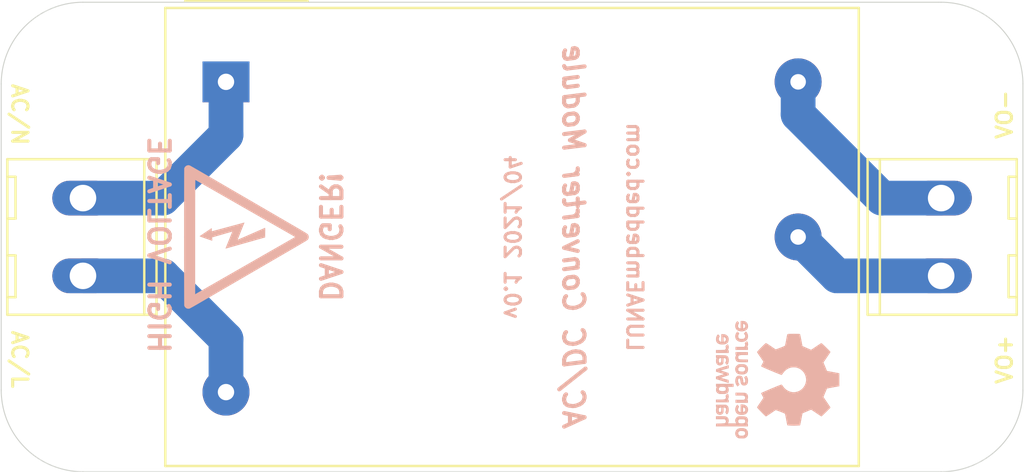
<source format=kicad_pcb>
(kicad_pcb (version 20171130) (host pcbnew 5.1.9)

  (general
    (thickness 1.6)
    (drawings 17)
    (tracks 11)
    (zones 0)
    (modules 9)
    (nets 5)
  )

  (page A4)
  (layers
    (0 F.Cu signal)
    (31 B.Cu signal hide)
    (32 B.Adhes user)
    (33 F.Adhes user)
    (34 B.Paste user)
    (35 F.Paste user)
    (36 B.SilkS user)
    (37 F.SilkS user hide)
    (38 B.Mask user)
    (39 F.Mask user)
    (40 Dwgs.User user)
    (41 Cmts.User user)
    (42 Eco1.User user)
    (43 Eco2.User user)
    (44 Edge.Cuts user)
    (45 Margin user)
    (46 B.CrtYd user hide)
    (47 F.CrtYd user hide)
    (48 B.Fab user hide)
    (49 F.Fab user hide)
  )

  (setup
    (last_trace_width 1.7)
    (trace_clearance 0.5)
    (zone_clearance 0.508)
    (zone_45_only no)
    (trace_min 0.2)
    (via_size 0.7)
    (via_drill 0.3)
    (via_min_size 0.7)
    (via_min_drill 0.3)
    (uvia_size 0.7)
    (uvia_drill 0.3)
    (uvias_allowed no)
    (uvia_min_size 0.7)
    (uvia_min_drill 0.3)
    (edge_width 0.05)
    (segment_width 0.2)
    (pcb_text_width 0.3)
    (pcb_text_size 1.5 1.5)
    (mod_edge_width 0.15)
    (mod_text_size 1 1)
    (mod_text_width 0.15)
    (pad_size 2.7 2.7)
    (pad_drill 2.7)
    (pad_to_mask_clearance 0)
    (aux_axis_origin 0 0)
    (visible_elements FEFFFF7F)
    (pcbplotparams
      (layerselection 0x010fc_ffffffff)
      (usegerberextensions false)
      (usegerberattributes true)
      (usegerberadvancedattributes true)
      (creategerberjobfile true)
      (excludeedgelayer true)
      (linewidth 0.100000)
      (plotframeref false)
      (viasonmask false)
      (mode 1)
      (useauxorigin false)
      (hpglpennumber 1)
      (hpglpenspeed 20)
      (hpglpendiameter 15.000000)
      (psnegative false)
      (psa4output false)
      (plotreference true)
      (plotvalue true)
      (plotinvisibletext false)
      (padsonsilk false)
      (subtractmaskfromsilk false)
      (outputformat 1)
      (mirror false)
      (drillshape 1)
      (scaleselection 1)
      (outputdirectory ""))
  )

  (net 0 "")
  (net 1 "Net-(J1-Pad2)")
  (net 2 "Net-(J1-Pad1)")
  (net 3 GND)
  (net 4 "Net-(J2-Pad1)")

  (net_class Default "This is the default net class."
    (clearance 0.5)
    (trace_width 1.7)
    (via_dia 0.7)
    (via_drill 0.3)
    (uvia_dia 0.7)
    (uvia_drill 0.3)
    (diff_pair_width 0.2)
    (diff_pair_gap 0.2)
    (add_net GND)
    (add_net "Net-(J1-Pad1)")
    (add_net "Net-(J1-Pad2)")
    (add_net "Net-(J2-Pad1)")
  )

  (module _AKL_Symbol:High-Voltage (layer B.Cu) (tedit 0) (tstamp 6072D579)
    (at -13 0 90)
    (fp_text reference G*** (at 0 0 90) (layer B.SilkS) hide
      (effects (font (size 1.524 1.524) (thickness 0.3)) (justify mirror))
    )
    (fp_text value LOGO (at 0.75 0 90) (layer B.SilkS) hide
      (effects (font (size 1.524 1.524) (thickness 0.3)) (justify mirror))
    )
    (fp_poly (pts (xy 0.378651 0.91317) (xy 0.407527 0.912499) (xy 0.426595 0.9112) (xy 0.437635 0.909173)
      (xy 0.442429 0.906319) (xy 0.442757 0.902538) (xy 0.441518 0.899718) (xy 0.43566 0.887361)
      (xy 0.423852 0.861291) (xy 0.406693 0.822874) (xy 0.384778 0.773478) (xy 0.358706 0.714469)
      (xy 0.329074 0.647214) (xy 0.296478 0.57308) (xy 0.261517 0.493433) (xy 0.224787 0.40964)
      (xy 0.186885 0.323068) (xy 0.148409 0.235083) (xy 0.109956 0.147053) (xy 0.072123 0.060344)
      (xy 0.035508 -0.023677) (xy 0.000707 -0.103644) (xy -0.031682 -0.178189) (xy -0.061062 -0.245947)
      (xy -0.086836 -0.305549) (xy -0.108406 -0.355631) (xy -0.125176 -0.394824) (xy -0.136547 -0.421762)
      (xy -0.141924 -0.435079) (xy -0.142273 -0.436282) (xy -0.134341 -0.433609) (xy -0.112448 -0.425319)
      (xy -0.078344 -0.41211) (xy -0.033782 -0.394678) (xy 0.01949 -0.373719) (xy 0.079718 -0.349931)
      (xy 0.145152 -0.324009) (xy 0.214041 -0.296651) (xy 0.284635 -0.268553) (xy 0.355181 -0.240412)
      (xy 0.423929 -0.212925) (xy 0.489128 -0.186787) (xy 0.549026 -0.162696) (xy 0.601873 -0.141349)
      (xy 0.645917 -0.123441) (xy 0.679408 -0.10967) (xy 0.693128 -0.103929) (xy 0.701041 -0.10433)
      (xy 0.699732 -0.115135) (xy 0.69645 -0.126806) (xy 0.688989 -0.154007) (xy 0.67757 -0.195919)
      (xy 0.662414 -0.251721) (xy 0.643745 -0.320593) (xy 0.621783 -0.401715) (xy 0.596751 -0.494266)
      (xy 0.56887 -0.597425) (xy 0.538362 -0.710373) (xy 0.50545 -0.83229) (xy 0.470354 -0.962354)
      (xy 0.433297 -1.099746) (xy 0.3945 -1.243645) (xy 0.377128 -1.3081) (xy 0.35662 -1.384143)
      (xy 0.33736 -1.455461) (xy 0.319819 -1.520322) (xy 0.304464 -1.576997) (xy 0.291765 -1.623754)
      (xy 0.282192 -1.658864) (xy 0.276214 -1.680596) (xy 0.2744 -1.686983) (xy 0.273769 -1.693894)
      (xy 0.279024 -1.698258) (xy 0.293076 -1.700646) (xy 0.318832 -1.701634) (xy 0.349612 -1.7018)
      (xy 0.429432 -1.7018) (xy 0.23579 -1.991783) (xy 0.193922 -2.054301) (xy 0.154848 -2.1123)
      (xy 0.119588 -2.164291) (xy 0.089163 -2.208786) (xy 0.064592 -2.244298) (xy 0.046894 -2.269338)
      (xy 0.03709 -2.282417) (xy 0.035534 -2.284002) (xy 0.031369 -2.276799) (xy 0.022378 -2.255311)
      (xy 0.009209 -2.221278) (xy -0.007492 -2.17644) (xy -0.027076 -2.122536) (xy -0.048898 -2.061306)
      (xy -0.072309 -1.99449) (xy -0.074678 -1.987668) (xy -0.098081 -1.920039) (xy -0.119622 -1.857441)
      (xy -0.13869 -1.801673) (xy -0.154675 -1.754538) (xy -0.166966 -1.717836) (xy -0.174952 -1.69337)
      (xy -0.178024 -1.68294) (xy -0.178038 -1.68276) (xy -0.170088 -1.680327) (xy -0.148914 -1.678971)
      (xy -0.118199 -1.678845) (xy -0.097358 -1.6794) (xy -0.016916 -1.682381) (xy -0.008585 -1.651874)
      (xy -0.004731 -1.638234) (xy 0.003378 -1.609896) (xy 0.015291 -1.568427) (xy 0.030557 -1.515395)
      (xy 0.048723 -1.452365) (xy 0.069338 -1.380907) (xy 0.091951 -1.302587) (xy 0.116109 -1.218972)
      (xy 0.1344 -1.1557) (xy 0.159052 -1.070276) (xy 0.182171 -0.989834) (xy 0.203347 -0.915821)
      (xy 0.222171 -0.849686) (xy 0.238232 -0.792877) (xy 0.251121 -0.746842) (xy 0.260428 -0.713029)
      (xy 0.265743 -0.692888) (xy 0.266851 -0.687596) (xy 0.263557 -0.688236) (xy 0.254084 -0.691463)
      (xy 0.237581 -0.697617) (xy 0.213196 -0.707038) (xy 0.180079 -0.720065) (xy 0.137377 -0.737038)
      (xy 0.084241 -0.758298) (xy 0.019817 -0.784183) (xy -0.056743 -0.815034) (xy -0.146293 -0.85119)
      (xy -0.249684 -0.892992) (xy -0.367766 -0.940778) (xy -0.388961 -0.949359) (xy -0.438286 -0.969225)
      (xy -0.48225 -0.986731) (xy -0.518454 -1.000939) (xy -0.544501 -1.010911) (xy -0.557995 -1.015709)
      (xy -0.559243 -1.015999) (xy -0.560053 -1.015681) (xy -0.560445 -1.014198) (xy -0.560197 -1.010753)
      (xy -0.559087 -1.004554) (xy -0.556895 -0.994804) (xy -0.5534 -0.98071) (xy -0.548379 -0.961477)
      (xy -0.541613 -0.936309) (xy -0.53288 -0.904413) (xy -0.521958 -0.864993) (xy -0.508628 -0.817255)
      (xy -0.492666 -0.760404) (xy -0.473853 -0.693646) (xy -0.451967 -0.616185) (xy -0.426788 -0.527228)
      (xy -0.398093 -0.425978) (xy -0.365661 -0.311643) (xy -0.329273 -0.183426) (xy -0.288705 -0.040533)
      (xy -0.243738 0.11783) (xy -0.242336 0.122767) (xy -0.018744 0.910167) (xy 0.215365 0.912418)
      (xy 0.284351 0.91303) (xy 0.338186 0.913314) (xy 0.378651 0.91317)) (layer B.SilkS) (width 0.01))
    (fp_poly (pts (xy 0.056752 3.037284) (xy 0.104081 3.018563) (xy 0.14494 2.985915) (xy 0.14611 2.984694)
      (xy 0.154382 2.973197) (xy 0.170399 2.948257) (xy 0.193431 2.91109) (xy 0.222749 2.862913)
      (xy 0.257624 2.804942) (xy 0.297327 2.738396) (xy 0.341128 2.66449) (xy 0.3883 2.584443)
      (xy 0.438113 2.49947) (xy 0.486292 2.416881) (xy 0.525752 2.349078) (xy 0.573025 2.267847)
      (xy 0.627407 2.174397) (xy 0.688195 2.069937) (xy 0.754685 1.955676) (xy 0.826175 1.832822)
      (xy 0.901961 1.702584) (xy 0.98134 1.566171) (xy 1.063608 1.424791) (xy 1.148062 1.279653)
      (xy 1.233999 1.131965) (xy 1.320715 0.982937) (xy 1.407507 0.833777) (xy 1.493671 0.685693)
      (xy 1.555189 0.579967) (xy 1.646455 0.423116) (xy 1.742502 0.258052) (xy 1.84231 0.086527)
      (xy 1.94486 -0.089707) (xy 2.049132 -0.2689) (xy 2.154109 -0.4493) (xy 2.25877 -0.629157)
      (xy 2.362097 -0.806717) (xy 2.463071 -0.980232) (xy 2.560672 -1.147948) (xy 2.653882 -1.308116)
      (xy 2.741681 -1.458983) (xy 2.82305 -1.598799) (xy 2.89697 -1.725812) (xy 2.900241 -1.731433)
      (xy 2.970795 -1.852753) (xy 3.039116 -1.970423) (xy 3.104707 -2.083575) (xy 3.167069 -2.19134)
      (xy 3.225704 -2.29285) (xy 3.280113 -2.387239) (xy 3.329797 -2.473639) (xy 3.374258 -2.55118)
      (xy 3.412997 -2.618997) (xy 3.445516 -2.67622) (xy 3.471315 -2.721982) (xy 3.489897 -2.755416)
      (xy 3.500763 -2.775653) (xy 3.503445 -2.7813) (xy 3.512807 -2.832119) (xy 3.507266 -2.883759)
      (xy 3.488402 -2.933162) (xy 3.457796 -2.977268) (xy 3.417026 -3.013021) (xy 3.371868 -3.03592)
      (xy 3.360529 -3.036964) (xy 3.332956 -3.037963) (xy 3.289852 -3.038918) (xy 3.231915 -3.039827)
      (xy 3.159845 -3.040692) (xy 3.074345 -3.041511) (xy 2.976112 -3.042286) (xy 2.865849 -3.043017)
      (xy 2.744254 -3.043702) (xy 2.612029 -3.044343) (xy 2.469874 -3.044939) (xy 2.318489 -3.045491)
      (xy 2.158575 -3.045998) (xy 1.990831 -3.04646) (xy 1.815958 -3.046878) (xy 1.634656 -3.047252)
      (xy 1.447626 -3.047581) (xy 1.255568 -3.047866) (xy 1.059182 -3.048106) (xy 0.859169 -3.048302)
      (xy 0.656228 -3.048454) (xy 0.451061 -3.048562) (xy 0.244367 -3.048625) (xy 0.036847 -3.048644)
      (xy -0.170799 -3.048619) (xy -0.377871 -3.04855) (xy -0.583668 -3.048437) (xy -0.78749 -3.04828)
      (xy -0.988637 -3.048079) (xy -1.186409 -3.047834) (xy -1.380104 -3.047545) (xy -1.569023 -3.047212)
      (xy -1.752466 -3.046836) (xy -1.929732 -3.046415) (xy -2.100121 -3.045951) (xy -2.262933 -3.045443)
      (xy -2.417466 -3.044891) (xy -2.563022 -3.044296) (xy -2.6989 -3.043657) (xy -2.824399 -3.042975)
      (xy -2.938818 -3.042248) (xy -3.041459 -3.041479) (xy -3.13162 -3.040666) (xy -3.208602 -3.039809)
      (xy -3.271703 -3.038909) (xy -3.320223 -3.037966) (xy -3.353463 -3.03698) (xy -3.370722 -3.03595)
      (xy -3.372887 -3.035569) (xy -3.423965 -3.008932) (xy -3.464958 -2.970505) (xy -3.494214 -2.923082)
      (xy -3.510086 -2.869462) (xy -3.510925 -2.812439) (xy -3.509638 -2.803679) (xy -3.503699 -2.78751)
      (xy -3.488965 -2.757047) (xy -3.465508 -2.712419) (xy -3.433399 -2.653758) (xy -3.392711 -2.581193)
      (xy -3.354767 -2.5146) (xy -2.812542 -2.5146) (xy -0.004132 -2.5146) (xy 0.259514 -2.514591)
      (xy 0.506722 -2.514564) (xy 0.73799 -2.514517) (xy 0.953815 -2.514448) (xy 1.154693 -2.514354)
      (xy 1.341121 -2.514233) (xy 1.513595 -2.514084) (xy 1.672612 -2.513905) (xy 1.818668 -2.513693)
      (xy 1.952261 -2.513447) (xy 2.073886 -2.513164) (xy 2.18404 -2.512842) (xy 2.283221 -2.512479)
      (xy 2.371924 -2.512074) (xy 2.450646 -2.511625) (xy 2.519884 -2.511128) (xy 2.580134 -2.510583)
      (xy 2.631894 -2.509987) (xy 2.675658 -2.509338) (xy 2.711925 -2.508634) (xy 2.741191 -2.507873)
      (xy 2.763952 -2.507054) (xy 2.780706 -2.506173) (xy 2.791947 -2.50523) (xy 2.798174 -2.504221)
      (xy 2.799883 -2.503145) (xy 2.799879 -2.503134) (xy 2.795201 -2.494496) (xy 2.782608 -2.472047)
      (xy 2.762603 -2.436671) (xy 2.735688 -2.389248) (xy 2.702367 -2.330661) (xy 2.663142 -2.261793)
      (xy 2.618517 -2.183525) (xy 2.568994 -2.096739) (xy 2.515077 -2.002318) (xy 2.457268 -1.901144)
      (xy 2.396071 -1.794099) (xy 2.331988 -1.682065) (xy 2.265522 -1.565924) (xy 2.255558 -1.548517)
      (xy 2.10665 -1.288396) (xy 1.961336 -1.034544) (xy 1.819846 -0.787363) (xy 1.682409 -0.547254)
      (xy 1.549256 -0.314621) (xy 1.420617 -0.089864) (xy 1.296721 0.126614) (xy 1.177799 0.334411)
      (xy 1.06408 0.533127) (xy 0.955794 0.722358) (xy 0.853172 0.901703) (xy 0.756443 1.070761)
      (xy 0.665837 1.229128) (xy 0.581585 1.376404) (xy 0.503915 1.512186) (xy 0.433059 1.636073)
      (xy 0.369245 1.747663) (xy 0.312705 1.846554) (xy 0.263667 1.932343) (xy 0.222362 2.00463)
      (xy 0.18902 2.063012) (xy 0.164603 2.105805) (xy 0.128726 2.168534) (xy 0.095427 2.226392)
      (xy 0.065642 2.277784) (xy 0.040304 2.321114) (xy 0.020346 2.354787) (xy 0.006703 2.377207)
      (xy 0.000309 2.386778) (xy 0 2.387013) (xy -0.005344 2.380013) (xy -0.017551 2.360613)
      (xy -0.035196 2.331181) (xy -0.056857 2.294083) (xy -0.07743 2.258175) (xy -0.089215 2.2375)
      (xy -0.10896 2.202943) (xy -0.1362 2.155311) (xy -0.170474 2.095411) (xy -0.211319 2.024054)
      (xy -0.258272 1.942045) (xy -0.31087 1.850193) (xy -0.368651 1.749306) (xy -0.431152 1.640192)
      (xy -0.49791 1.523658) (xy -0.568462 1.400513) (xy -0.642346 1.271565) (xy -0.719099 1.137621)
      (xy -0.798258 0.99949) (xy -0.879361 0.857979) (xy -0.944077 0.745067) (xy -1.056437 0.549037)
      (xy -1.160862 0.36685) (xy -1.257839 0.197656) (xy -1.347854 0.040608) (xy -1.431394 -0.105143)
      (xy -1.508944 -0.240446) (xy -1.580992 -0.366149) (xy -1.648023 -0.483102) (xy -1.710523 -0.592151)
      (xy -1.768979 -0.694147) (xy -1.823878 -0.789937) (xy -1.875705 -0.880371) (xy -1.924947 -0.966296)
      (xy -1.972091 -1.048562) (xy -2.017621 -1.128016) (xy -2.062026 -1.205508) (xy -2.105791 -1.281886)
      (xy -2.149402 -1.357999) (xy -2.193345 -1.434694) (xy -2.238108 -1.512822) (xy -2.284176 -1.59323)
      (xy -2.332036 -1.676766) (xy -2.382173 -1.76428) (xy -2.435075 -1.85662) (xy -2.438539 -1.862666)
      (xy -2.49122 -1.954616) (xy -2.541852 -2.042979) (xy -2.589747 -2.126554) (xy -2.634217 -2.204141)
      (xy -2.674573 -2.27454) (xy -2.710127 -2.336551) (xy -2.740191 -2.388972) (xy -2.764077 -2.430603)
      (xy -2.781096 -2.460244) (xy -2.79056 -2.476694) (xy -2.791672 -2.478616) (xy -2.812542 -2.5146)
      (xy -3.354767 -2.5146) (xy -3.343516 -2.494856) (xy -3.285885 -2.394877) (xy -3.253717 -2.339448)
      (xy -3.162669 -2.182879) (xy -3.078688 -2.038472) (xy -3.000335 -1.903751) (xy -2.926167 -1.776236)
      (xy -2.854743 -1.653452) (xy -2.784622 -1.532919) (xy -2.714363 -1.412161) (xy -2.642524 -1.2887)
      (xy -2.567664 -1.160059) (xy -2.488342 -1.023759) (xy -2.476435 -1.003299) (xy -2.368687 -0.818162)
      (xy -2.269085 -0.647022) (xy -2.177261 -0.489243) (xy -2.092842 -0.344189) (xy -2.015459 -0.211223)
      (xy -1.944741 -0.089707) (xy -1.880317 0.020995) (xy -1.821817 0.12152) (xy -1.76887 0.212504)
      (xy -1.721105 0.294586) (xy -1.678152 0.368401) (xy -1.63964 0.434587) (xy -1.605199 0.49378)
      (xy -1.574458 0.546617) (xy -1.547047 0.593735) (xy -1.522594 0.635772) (xy -1.50073 0.673363)
      (xy -1.481084 0.707145) (xy -1.463284 0.737757) (xy -1.446961 0.765834) (xy -1.439346 0.778934)
      (xy -1.401452 0.844112) (xy -1.355134 0.923757) (xy -1.300381 1.017883) (xy -1.237185 1.126508)
      (xy -1.165537 1.249647) (xy -1.085427 1.387317) (xy -0.996846 1.539532) (xy -0.899784 1.706309)
      (xy -0.794233 1.887664) (xy -0.680183 2.083613) (xy -0.557624 2.294172) (xy -0.500874 2.391669)
      (xy -0.448058 2.482194) (xy -0.397218 2.568925) (xy -0.349064 2.650676) (xy -0.304303 2.726263)
      (xy -0.263646 2.7945) (xy -0.227801 2.854203) (xy -0.197477 2.904186) (xy -0.173384 2.943264)
      (xy -0.156231 2.970252) (xy -0.146726 2.983965) (xy -0.14593 2.984882) (xy -0.105225 3.017902)
      (xy -0.058024 3.036976) (xy -0.001447 3.043258) (xy 0 3.043262) (xy 0.056752 3.037284)) (layer B.SilkS) (width 0.01))
  )

  (module Symbol:OSHW-Logo_5.7x6mm_SilkScreen (layer B.Cu) (tedit 0) (tstamp 607267EB)
    (at 13 7 90)
    (descr "Open Source Hardware Logo")
    (tags "Logo OSHW")
    (attr virtual)
    (fp_text reference r (at 0 0 90) (layer B.SilkS) hide
      (effects (font (size 1 1) (thickness 0.15)) (justify mirror))
    )
    (fp_text value OSHW-Logo_5.7x6mm_SilkScreen (at 0.75 0 90) (layer B.Fab) hide
      (effects (font (size 1 1) (thickness 0.15)) (justify mirror))
    )
    (fp_poly (pts (xy 0.376964 2.709982) (xy 0.433812 2.40843) (xy 0.853338 2.235488) (xy 1.104984 2.406605)
      (xy 1.175458 2.45425) (xy 1.239163 2.49679) (xy 1.293126 2.532285) (xy 1.334373 2.55879)
      (xy 1.359934 2.574364) (xy 1.366895 2.577722) (xy 1.379435 2.569086) (xy 1.406231 2.545208)
      (xy 1.44428 2.509141) (xy 1.490579 2.463933) (xy 1.542123 2.412636) (xy 1.595909 2.358299)
      (xy 1.648935 2.303972) (xy 1.698195 2.252705) (xy 1.740687 2.207549) (xy 1.773407 2.171554)
      (xy 1.793351 2.14777) (xy 1.798119 2.13981) (xy 1.791257 2.125135) (xy 1.77202 2.092986)
      (xy 1.74243 2.046508) (xy 1.70451 1.988844) (xy 1.660282 1.92314) (xy 1.634654 1.885664)
      (xy 1.587941 1.817232) (xy 1.546432 1.75548) (xy 1.51214 1.703481) (xy 1.48708 1.664308)
      (xy 1.473264 1.641035) (xy 1.471188 1.636145) (xy 1.475895 1.622245) (xy 1.488723 1.58985)
      (xy 1.507738 1.543515) (xy 1.531003 1.487794) (xy 1.556584 1.427242) (xy 1.582545 1.366414)
      (xy 1.60695 1.309864) (xy 1.627863 1.262148) (xy 1.643349 1.227819) (xy 1.651472 1.211432)
      (xy 1.651952 1.210788) (xy 1.664707 1.207659) (xy 1.698677 1.200679) (xy 1.75034 1.190533)
      (xy 1.816176 1.177908) (xy 1.892664 1.163491) (xy 1.93729 1.155177) (xy 2.019021 1.139616)
      (xy 2.092843 1.124808) (xy 2.155021 1.111564) (xy 2.201822 1.100695) (xy 2.229509 1.093011)
      (xy 2.235074 1.090573) (xy 2.240526 1.07407) (xy 2.244924 1.0368) (xy 2.248272 0.98312)
      (xy 2.250574 0.917388) (xy 2.251832 0.843963) (xy 2.252048 0.767204) (xy 2.251227 0.691468)
      (xy 2.249371 0.621114) (xy 2.246482 0.5605) (xy 2.242565 0.513984) (xy 2.237622 0.485925)
      (xy 2.234657 0.480084) (xy 2.216934 0.473083) (xy 2.179381 0.463073) (xy 2.126964 0.451231)
      (xy 2.064652 0.438733) (xy 2.0429 0.43469) (xy 1.938024 0.41548) (xy 1.85518 0.400009)
      (xy 1.79163 0.387663) (xy 1.744637 0.377827) (xy 1.711463 0.369886) (xy 1.689371 0.363224)
      (xy 1.675624 0.357227) (xy 1.667484 0.351281) (xy 1.666345 0.350106) (xy 1.654977 0.331174)
      (xy 1.637635 0.294331) (xy 1.61605 0.244087) (xy 1.591954 0.184954) (xy 1.567079 0.121444)
      (xy 1.543157 0.058068) (xy 1.521919 -0.000662) (xy 1.505097 -0.050235) (xy 1.494422 -0.086139)
      (xy 1.491627 -0.103862) (xy 1.49186 -0.104483) (xy 1.501331 -0.11897) (xy 1.522818 -0.150844)
      (xy 1.554063 -0.196789) (xy 1.592807 -0.253485) (xy 1.636793 -0.317617) (xy 1.649319 -0.335842)
      (xy 1.693984 -0.401914) (xy 1.733288 -0.4622) (xy 1.765088 -0.513235) (xy 1.787245 -0.55156)
      (xy 1.797617 -0.573711) (xy 1.798119 -0.576432) (xy 1.789405 -0.590736) (xy 1.765325 -0.619072)
      (xy 1.728976 -0.658396) (xy 1.683453 -0.705661) (xy 1.631852 -0.757823) (xy 1.577267 -0.811835)
      (xy 1.522794 -0.864653) (xy 1.471529 -0.913231) (xy 1.426567 -0.954523) (xy 1.391004 -0.985485)
      (xy 1.367935 -1.00307) (xy 1.361554 -1.005941) (xy 1.346699 -0.999178) (xy 1.316286 -0.980939)
      (xy 1.275268 -0.954297) (xy 1.243709 -0.932852) (xy 1.186525 -0.893503) (xy 1.118806 -0.847171)
      (xy 1.05088 -0.800913) (xy 1.014361 -0.776155) (xy 0.890752 -0.692547) (xy 0.786991 -0.74865)
      (xy 0.73972 -0.773228) (xy 0.699523 -0.792331) (xy 0.672326 -0.803227) (xy 0.665402 -0.804743)
      (xy 0.657077 -0.793549) (xy 0.640654 -0.761917) (xy 0.617357 -0.712765) (xy 0.588414 -0.64901)
      (xy 0.55505 -0.573571) (xy 0.518491 -0.489364) (xy 0.479964 -0.399308) (xy 0.440694 -0.306321)
      (xy 0.401908 -0.21332) (xy 0.36483 -0.123223) (xy 0.330689 -0.038948) (xy 0.300708 0.036587)
      (xy 0.276116 0.100466) (xy 0.258136 0.149769) (xy 0.247997 0.181579) (xy 0.246366 0.192504)
      (xy 0.259291 0.206439) (xy 0.287589 0.22906) (xy 0.325346 0.255667) (xy 0.328515 0.257772)
      (xy 0.4261 0.335886) (xy 0.504786 0.427018) (xy 0.563891 0.528255) (xy 0.602732 0.636682)
      (xy 0.620628 0.749386) (xy 0.616897 0.863452) (xy 0.590857 0.975966) (xy 0.541825 1.084015)
      (xy 0.5274 1.107655) (xy 0.452369 1.203113) (xy 0.36373 1.279768) (xy 0.264549 1.33722)
      (xy 0.157895 1.375071) (xy 0.046836 1.392922) (xy -0.065561 1.390375) (xy -0.176227 1.36703)
      (xy -0.282094 1.32249) (xy -0.380095 1.256355) (xy -0.41041 1.229513) (xy -0.487562 1.145488)
      (xy -0.543782 1.057034) (xy -0.582347 0.957885) (xy -0.603826 0.859697) (xy -0.609128 0.749303)
      (xy -0.591448 0.63836) (xy -0.552581 0.530619) (xy -0.494323 0.429831) (xy -0.418469 0.339744)
      (xy -0.326817 0.264108) (xy -0.314772 0.256136) (xy -0.276611 0.230026) (xy -0.247601 0.207405)
      (xy -0.233732 0.192961) (xy -0.233531 0.192504) (xy -0.236508 0.176879) (xy -0.248311 0.141418)
      (xy -0.267714 0.089038) (xy -0.293488 0.022655) (xy -0.324409 -0.054814) (xy -0.359249 -0.14045)
      (xy -0.396783 -0.231337) (xy -0.435783 -0.324559) (xy -0.475023 -0.417197) (xy -0.513276 -0.506335)
      (xy -0.549317 -0.589055) (xy -0.581917 -0.662441) (xy -0.609852 -0.723575) (xy -0.631895 -0.769541)
      (xy -0.646818 -0.797421) (xy -0.652828 -0.804743) (xy -0.671191 -0.799041) (xy -0.705552 -0.783749)
      (xy -0.749984 -0.761599) (xy -0.774417 -0.74865) (xy -0.878178 -0.692547) (xy -1.001787 -0.776155)
      (xy -1.064886 -0.818987) (xy -1.13397 -0.866122) (xy -1.198707 -0.910503) (xy -1.231134 -0.932852)
      (xy -1.276741 -0.963477) (xy -1.31536 -0.987747) (xy -1.341952 -1.002587) (xy -1.35059 -1.005724)
      (xy -1.363161 -0.997261) (xy -1.390984 -0.973636) (xy -1.431361 -0.937302) (xy -1.481595 -0.890711)
      (xy -1.538988 -0.836317) (xy -1.575286 -0.801392) (xy -1.63879 -0.738996) (xy -1.693673 -0.683188)
      (xy -1.737714 -0.636354) (xy -1.768695 -0.600882) (xy -1.784398 -0.579161) (xy -1.785905 -0.574752)
      (xy -1.778914 -0.557985) (xy -1.759594 -0.524082) (xy -1.730091 -0.476476) (xy -1.692545 -0.418599)
      (xy -1.6491 -0.353884) (xy -1.636745 -0.335842) (xy -1.591727 -0.270267) (xy -1.55134 -0.211228)
      (xy -1.51784 -0.162042) (xy -1.493486 -0.126028) (xy -1.480536 -0.106502) (xy -1.479285 -0.104483)
      (xy -1.481156 -0.088922) (xy -1.491087 -0.054709) (xy -1.507347 -0.006355) (xy -1.528205 0.051629)
      (xy -1.551927 0.11473) (xy -1.576784 0.178437) (xy -1.601042 0.238239) (xy -1.622971 0.289624)
      (xy -1.640838 0.328081) (xy -1.652913 0.349098) (xy -1.653771 0.350106) (xy -1.661154 0.356112)
      (xy -1.673625 0.362052) (xy -1.69392 0.36854) (xy -1.724778 0.376191) (xy -1.768934 0.38562)
      (xy -1.829126 0.397441) (xy -1.908093 0.412271) (xy -2.00857 0.430723) (xy -2.030325 0.43469)
      (xy -2.094802 0.447147) (xy -2.151011 0.459334) (xy -2.193987 0.470074) (xy -2.21876 0.478191)
      (xy -2.222082 0.480084) (xy -2.227556 0.496862) (xy -2.232006 0.534355) (xy -2.235428 0.588206)
      (xy -2.237819 0.654056) (xy -2.239177 0.727547) (xy -2.239499 0.80432) (xy -2.238781 0.880017)
      (xy -2.237021 0.95028) (xy -2.234216 1.01075) (xy -2.230362 1.05707) (xy -2.225457 1.084881)
      (xy -2.2225 1.090573) (xy -2.206037 1.096314) (xy -2.168551 1.105655) (xy -2.113775 1.117785)
      (xy -2.045445 1.131893) (xy -1.967294 1.14717) (xy -1.924716 1.155177) (xy -1.843929 1.170279)
      (xy -1.771887 1.18396) (xy -1.712111 1.195533) (xy -1.668121 1.204313) (xy -1.643439 1.209613)
      (xy -1.639377 1.210788) (xy -1.632511 1.224035) (xy -1.617998 1.255943) (xy -1.597771 1.301953)
      (xy -1.573766 1.357508) (xy -1.547918 1.418047) (xy -1.52216 1.479014) (xy -1.498427 1.535849)
      (xy -1.478654 1.583994) (xy -1.464776 1.61889) (xy -1.458726 1.635979) (xy -1.458614 1.636726)
      (xy -1.465472 1.650207) (xy -1.484698 1.68123) (xy -1.514272 1.726711) (xy -1.552173 1.783568)
      (xy -1.59638 1.848717) (xy -1.622079 1.886138) (xy -1.668907 1.954753) (xy -1.710499 2.017048)
      (xy -1.744825 2.069871) (xy -1.769857 2.110073) (xy -1.783565 2.1345) (xy -1.785544 2.139976)
      (xy -1.777034 2.152722) (xy -1.753507 2.179937) (xy -1.717968 2.218572) (xy -1.673423 2.265577)
      (xy -1.622877 2.317905) (xy -1.569336 2.372505) (xy -1.515805 2.42633) (xy -1.465289 2.47633)
      (xy -1.420794 2.519457) (xy -1.385325 2.552661) (xy -1.361887 2.572894) (xy -1.354046 2.577722)
      (xy -1.34128 2.570933) (xy -1.310744 2.551858) (xy -1.26541 2.522439) (xy -1.208244 2.484619)
      (xy -1.142216 2.440339) (xy -1.09241 2.406605) (xy -0.840764 2.235488) (xy -0.631001 2.321959)
      (xy -0.421237 2.40843) (xy -0.364389 2.709982) (xy -0.30754 3.011534) (xy 0.320115 3.011534)
      (xy 0.376964 2.709982)) (layer B.SilkS) (width 0.01))
    (fp_poly (pts (xy 1.79946 -1.45803) (xy 1.842711 -1.471245) (xy 1.870558 -1.487941) (xy 1.879629 -1.501145)
      (xy 1.877132 -1.516797) (xy 1.860931 -1.541385) (xy 1.847232 -1.5588) (xy 1.818992 -1.590283)
      (xy 1.797775 -1.603529) (xy 1.779688 -1.602664) (xy 1.726035 -1.58901) (xy 1.68663 -1.58963)
      (xy 1.654632 -1.605104) (xy 1.64389 -1.614161) (xy 1.609505 -1.646027) (xy 1.609505 -2.062179)
      (xy 1.471188 -2.062179) (xy 1.471188 -1.458614) (xy 1.540347 -1.458614) (xy 1.581869 -1.460256)
      (xy 1.603291 -1.466087) (xy 1.609502 -1.477461) (xy 1.609505 -1.477798) (xy 1.612439 -1.489713)
      (xy 1.625704 -1.488159) (xy 1.644084 -1.479563) (xy 1.682046 -1.463568) (xy 1.712872 -1.453945)
      (xy 1.752536 -1.451478) (xy 1.79946 -1.45803)) (layer B.SilkS) (width 0.01))
    (fp_poly (pts (xy -0.754012 -1.469002) (xy -0.722717 -1.48395) (xy -0.692409 -1.505541) (xy -0.669318 -1.530391)
      (xy -0.6525 -1.562087) (xy -0.641006 -1.604214) (xy -0.633891 -1.660358) (xy -0.630207 -1.734106)
      (xy -0.629008 -1.829044) (xy -0.628989 -1.838985) (xy -0.628713 -2.062179) (xy -0.76703 -2.062179)
      (xy -0.76703 -1.856418) (xy -0.767128 -1.780189) (xy -0.767809 -1.724939) (xy -0.769651 -1.686501)
      (xy -0.773233 -1.660706) (xy -0.779132 -1.643384) (xy -0.787927 -1.630368) (xy -0.80018 -1.617507)
      (xy -0.843047 -1.589873) (xy -0.889843 -1.584745) (xy -0.934424 -1.602217) (xy -0.949928 -1.615221)
      (xy -0.96131 -1.627447) (xy -0.969481 -1.64054) (xy -0.974974 -1.658615) (xy -0.97832 -1.685787)
      (xy -0.980051 -1.72617) (xy -0.980697 -1.783879) (xy -0.980792 -1.854132) (xy -0.980792 -2.062179)
      (xy -1.119109 -2.062179) (xy -1.119109 -1.458614) (xy -1.04995 -1.458614) (xy -1.008428 -1.460256)
      (xy -0.987006 -1.466087) (xy -0.980795 -1.477461) (xy -0.980792 -1.477798) (xy -0.97791 -1.488938)
      (xy -0.965199 -1.487674) (xy -0.939926 -1.475434) (xy -0.882605 -1.457424) (xy -0.817037 -1.455421)
      (xy -0.754012 -1.469002)) (layer B.SilkS) (width 0.01))
    (fp_poly (pts (xy 2.677898 -1.456457) (xy 2.710096 -1.464279) (xy 2.771825 -1.492921) (xy 2.82461 -1.536667)
      (xy 2.861141 -1.589117) (xy 2.86616 -1.600893) (xy 2.873045 -1.63174) (xy 2.877864 -1.677371)
      (xy 2.879505 -1.723492) (xy 2.879505 -1.810693) (xy 2.697178 -1.810693) (xy 2.621979 -1.810978)
      (xy 2.569003 -1.812704) (xy 2.535325 -1.817181) (xy 2.51802 -1.82572) (xy 2.514163 -1.83963)
      (xy 2.520829 -1.860222) (xy 2.53277 -1.884315) (xy 2.56608 -1.924525) (xy 2.612368 -1.944558)
      (xy 2.668944 -1.943905) (xy 2.733031 -1.922101) (xy 2.788417 -1.895193) (xy 2.834375 -1.931532)
      (xy 2.880333 -1.967872) (xy 2.837096 -2.007819) (xy 2.779374 -2.045563) (xy 2.708386 -2.06832)
      (xy 2.632029 -2.074688) (xy 2.558199 -2.063268) (xy 2.546287 -2.059393) (xy 2.481399 -2.025506)
      (xy 2.43313 -1.974986) (xy 2.400465 -1.906325) (xy 2.382385 -1.818014) (xy 2.382175 -1.816121)
      (xy 2.380556 -1.719878) (xy 2.3871 -1.685542) (xy 2.514852 -1.685542) (xy 2.526584 -1.690822)
      (xy 2.558438 -1.694867) (xy 2.605397 -1.697176) (xy 2.635154 -1.697525) (xy 2.690648 -1.697306)
      (xy 2.725346 -1.695916) (xy 2.743601 -1.692251) (xy 2.749766 -1.68521) (xy 2.748195 -1.67369)
      (xy 2.746878 -1.669233) (xy 2.724382 -1.627355) (xy 2.689003 -1.593604) (xy 2.65778 -1.578773)
      (xy 2.616301 -1.579668) (xy 2.574269 -1.598164) (xy 2.539012 -1.628786) (xy 2.517854 -1.666062)
      (xy 2.514852 -1.685542) (xy 2.3871 -1.685542) (xy 2.39669 -1.635229) (xy 2.428698 -1.564191)
      (xy 2.474701 -1.508779) (xy 2.532821 -1.471009) (xy 2.60118 -1.452896) (xy 2.677898 -1.456457)) (layer B.SilkS) (width 0.01))
    (fp_poly (pts (xy 2.217226 -1.46388) (xy 2.29008 -1.49483) (xy 2.313027 -1.509895) (xy 2.342354 -1.533048)
      (xy 2.360764 -1.551253) (xy 2.363961 -1.557183) (xy 2.354935 -1.57034) (xy 2.331837 -1.592667)
      (xy 2.313344 -1.60825) (xy 2.262728 -1.648926) (xy 2.22276 -1.615295) (xy 2.191874 -1.593584)
      (xy 2.161759 -1.58609) (xy 2.127292 -1.58792) (xy 2.072561 -1.601528) (xy 2.034886 -1.629772)
      (xy 2.011991 -1.675433) (xy 2.001597 -1.741289) (xy 2.001595 -1.741331) (xy 2.002494 -1.814939)
      (xy 2.016463 -1.868946) (xy 2.044328 -1.905716) (xy 2.063325 -1.918168) (xy 2.113776 -1.933673)
      (xy 2.167663 -1.933683) (xy 2.214546 -1.918638) (xy 2.225644 -1.911287) (xy 2.253476 -1.892511)
      (xy 2.275236 -1.889434) (xy 2.298704 -1.903409) (xy 2.324649 -1.92851) (xy 2.365716 -1.97088)
      (xy 2.320121 -2.008464) (xy 2.249674 -2.050882) (xy 2.170233 -2.071785) (xy 2.087215 -2.070272)
      (xy 2.032694 -2.056411) (xy 1.96897 -2.022135) (xy 1.918005 -1.968212) (xy 1.894851 -1.930149)
      (xy 1.876099 -1.875536) (xy 1.866715 -1.806369) (xy 1.866643 -1.731407) (xy 1.875824 -1.659409)
      (xy 1.894199 -1.599137) (xy 1.897093 -1.592958) (xy 1.939952 -1.532351) (xy 1.997979 -1.488224)
      (xy 2.066591 -1.461493) (xy 2.141201 -1.453073) (xy 2.217226 -1.46388)) (layer B.SilkS) (width 0.01))
    (fp_poly (pts (xy 0.993367 -1.654342) (xy 0.994555 -1.746563) (xy 0.998897 -1.81661) (xy 1.007558 -1.867381)
      (xy 1.021704 -1.901772) (xy 1.0425 -1.922679) (xy 1.07111 -1.933) (xy 1.106535 -1.935636)
      (xy 1.143636 -1.932682) (xy 1.171818 -1.921889) (xy 1.192243 -1.90036) (xy 1.206079 -1.865199)
      (xy 1.214491 -1.81351) (xy 1.218643 -1.742394) (xy 1.219703 -1.654342) (xy 1.219703 -1.458614)
      (xy 1.35802 -1.458614) (xy 1.35802 -2.062179) (xy 1.288862 -2.062179) (xy 1.24717 -2.060489)
      (xy 1.225701 -2.054556) (xy 1.219703 -2.043293) (xy 1.216091 -2.033261) (xy 1.201714 -2.035383)
      (xy 1.172736 -2.04958) (xy 1.106319 -2.07148) (xy 1.035875 -2.069928) (xy 0.968377 -2.046147)
      (xy 0.936233 -2.027362) (xy 0.911715 -2.007022) (xy 0.893804 -1.981573) (xy 0.881479 -1.947458)
      (xy 0.873723 -1.901121) (xy 0.869516 -1.839007) (xy 0.86784 -1.757561) (xy 0.867624 -1.694578)
      (xy 0.867624 -1.458614) (xy 0.993367 -1.458614) (xy 0.993367 -1.654342)) (layer B.SilkS) (width 0.01))
    (fp_poly (pts (xy 0.610762 -1.466055) (xy 0.674363 -1.500692) (xy 0.724123 -1.555372) (xy 0.747568 -1.599842)
      (xy 0.757634 -1.639121) (xy 0.764156 -1.695116) (xy 0.766951 -1.759621) (xy 0.765836 -1.824429)
      (xy 0.760626 -1.881334) (xy 0.754541 -1.911727) (xy 0.734014 -1.953306) (xy 0.698463 -1.997468)
      (xy 0.655619 -2.036087) (xy 0.613211 -2.061034) (xy 0.612177 -2.06143) (xy 0.559553 -2.072331)
      (xy 0.497188 -2.072601) (xy 0.437924 -2.062676) (xy 0.41504 -2.054722) (xy 0.356102 -2.0213)
      (xy 0.31389 -1.977511) (xy 0.286156 -1.919538) (xy 0.270651 -1.843565) (xy 0.267143 -1.803771)
      (xy 0.26759 -1.753766) (xy 0.402376 -1.753766) (xy 0.406917 -1.826732) (xy 0.419986 -1.882334)
      (xy 0.440756 -1.917861) (xy 0.455552 -1.92802) (xy 0.493464 -1.935104) (xy 0.538527 -1.933007)
      (xy 0.577487 -1.922812) (xy 0.587704 -1.917204) (xy 0.614659 -1.884538) (xy 0.632451 -1.834545)
      (xy 0.640024 -1.773705) (xy 0.636325 -1.708497) (xy 0.628057 -1.669253) (xy 0.60432 -1.623805)
      (xy 0.566849 -1.595396) (xy 0.52172 -1.585573) (xy 0.475011 -1.595887) (xy 0.439132 -1.621112)
      (xy 0.420277 -1.641925) (xy 0.409272 -1.662439) (xy 0.404026 -1.690203) (xy 0.402449 -1.732762)
      (xy 0.402376 -1.753766) (xy 0.26759 -1.753766) (xy 0.268094 -1.69758) (xy 0.285388 -1.610501)
      (xy 0.319029 -1.54253) (xy 0.369018 -1.493664) (xy 0.435356 -1.463899) (xy 0.449601 -1.460448)
      (xy 0.53521 -1.452345) (xy 0.610762 -1.466055)) (layer B.SilkS) (width 0.01))
    (fp_poly (pts (xy 0.014017 -1.456452) (xy 0.061634 -1.465482) (xy 0.111034 -1.48437) (xy 0.116312 -1.486777)
      (xy 0.153774 -1.506476) (xy 0.179717 -1.524781) (xy 0.188103 -1.536508) (xy 0.180117 -1.555632)
      (xy 0.16072 -1.58385) (xy 0.15211 -1.594384) (xy 0.116628 -1.635847) (xy 0.070885 -1.608858)
      (xy 0.02735 -1.590878) (xy -0.02295 -1.581267) (xy -0.071188 -1.58066) (xy -0.108533 -1.589691)
      (xy -0.117495 -1.595327) (xy -0.134563 -1.621171) (xy -0.136637 -1.650941) (xy -0.123866 -1.674197)
      (xy -0.116312 -1.678708) (xy -0.093675 -1.684309) (xy -0.053885 -1.690892) (xy -0.004834 -1.697183)
      (xy 0.004215 -1.69817) (xy 0.082996 -1.711798) (xy 0.140136 -1.734946) (xy 0.17803 -1.769752)
      (xy 0.199079 -1.818354) (xy 0.205635 -1.877718) (xy 0.196577 -1.945198) (xy 0.167164 -1.998188)
      (xy 0.117278 -2.036783) (xy 0.0468 -2.061081) (xy -0.031435 -2.070667) (xy -0.095234 -2.070552)
      (xy -0.146984 -2.061845) (xy -0.182327 -2.049825) (xy -0.226983 -2.02888) (xy -0.268253 -2.004574)
      (xy -0.282921 -1.993876) (xy -0.320643 -1.963084) (xy -0.275148 -1.917049) (xy -0.229653 -1.871013)
      (xy -0.177928 -1.905243) (xy -0.126048 -1.930952) (xy -0.070649 -1.944399) (xy -0.017395 -1.945818)
      (xy 0.028049 -1.935443) (xy 0.060016 -1.913507) (xy 0.070338 -1.894998) (xy 0.068789 -1.865314)
      (xy 0.04314 -1.842615) (xy -0.00654 -1.82694) (xy -0.060969 -1.819695) (xy -0.144736 -1.805873)
      (xy -0.206967 -1.779796) (xy -0.248493 -1.740699) (xy -0.270147 -1.68782) (xy -0.273147 -1.625126)
      (xy -0.258329 -1.559642) (xy -0.224546 -1.510144) (xy -0.171495 -1.476408) (xy -0.098874 -1.458207)
      (xy -0.045072 -1.454639) (xy 0.014017 -1.456452)) (layer B.SilkS) (width 0.01))
    (fp_poly (pts (xy -1.356699 -1.472614) (xy -1.344168 -1.478514) (xy -1.300799 -1.510283) (xy -1.25979 -1.556646)
      (xy -1.229168 -1.607696) (xy -1.220459 -1.631166) (xy -1.212512 -1.673091) (xy -1.207774 -1.723757)
      (xy -1.207199 -1.744679) (xy -1.207129 -1.810693) (xy -1.587083 -1.810693) (xy -1.578983 -1.845273)
      (xy -1.559104 -1.88617) (xy -1.524347 -1.921514) (xy -1.482998 -1.944282) (xy -1.456649 -1.94901)
      (xy -1.420916 -1.943273) (xy -1.378282 -1.928882) (xy -1.363799 -1.922262) (xy -1.31024 -1.895513)
      (xy -1.264533 -1.930376) (xy -1.238158 -1.953955) (xy -1.224124 -1.973417) (xy -1.223414 -1.979129)
      (xy -1.235951 -1.992973) (xy -1.263428 -2.014012) (xy -1.288366 -2.030425) (xy -1.355664 -2.05993)
      (xy -1.43111 -2.073284) (xy -1.505888 -2.069812) (xy -1.565495 -2.051663) (xy -1.626941 -2.012784)
      (xy -1.670608 -1.961595) (xy -1.697926 -1.895367) (xy -1.710322 -1.811371) (xy -1.711421 -1.772936)
      (xy -1.707022 -1.684861) (xy -1.706482 -1.682299) (xy -1.580582 -1.682299) (xy -1.577115 -1.690558)
      (xy -1.562863 -1.695113) (xy -1.53347 -1.697065) (xy -1.484575 -1.697517) (xy -1.465748 -1.697525)
      (xy -1.408467 -1.696843) (xy -1.372141 -1.694364) (xy -1.352604 -1.689443) (xy -1.34569 -1.681434)
      (xy -1.345445 -1.678862) (xy -1.353336 -1.658423) (xy -1.373085 -1.629789) (xy -1.381575 -1.619763)
      (xy -1.413094 -1.591408) (xy -1.445949 -1.580259) (xy -1.463651 -1.579327) (xy -1.511539 -1.590981)
      (xy -1.551699 -1.622285) (xy -1.577173 -1.667752) (xy -1.577625 -1.669233) (xy -1.580582 -1.682299)
      (xy -1.706482 -1.682299) (xy -1.692392 -1.61551) (xy -1.666038 -1.560025) (xy -1.633807 -1.520639)
      (xy -1.574217 -1.477931) (xy -1.504168 -1.455109) (xy -1.429661 -1.453046) (xy -1.356699 -1.472614)) (layer B.SilkS) (width 0.01))
    (fp_poly (pts (xy -2.538261 -1.465148) (xy -2.472479 -1.494231) (xy -2.42254 -1.542793) (xy -2.388374 -1.610908)
      (xy -2.369907 -1.698651) (xy -2.368583 -1.712351) (xy -2.367546 -1.808939) (xy -2.380993 -1.893602)
      (xy -2.408108 -1.962221) (xy -2.422627 -1.984294) (xy -2.473201 -2.031011) (xy -2.537609 -2.061268)
      (xy -2.609666 -2.073824) (xy -2.683185 -2.067439) (xy -2.739072 -2.047772) (xy -2.787132 -2.014629)
      (xy -2.826412 -1.971175) (xy -2.827092 -1.970158) (xy -2.843044 -1.943338) (xy -2.85341 -1.916368)
      (xy -2.859688 -1.882332) (xy -2.863373 -1.83431) (xy -2.864997 -1.794931) (xy -2.865672 -1.759219)
      (xy -2.739955 -1.759219) (xy -2.738726 -1.79477) (xy -2.734266 -1.842094) (xy -2.726397 -1.872465)
      (xy -2.712207 -1.894072) (xy -2.698917 -1.906694) (xy -2.651802 -1.933122) (xy -2.602505 -1.936653)
      (xy -2.556593 -1.917639) (xy -2.533638 -1.896331) (xy -2.517096 -1.874859) (xy -2.507421 -1.854313)
      (xy -2.503174 -1.827574) (xy -2.50292 -1.787523) (xy -2.504228 -1.750638) (xy -2.507043 -1.697947)
      (xy -2.511505 -1.663772) (xy -2.519548 -1.64148) (xy -2.533103 -1.624442) (xy -2.543845 -1.614703)
      (xy -2.588777 -1.589123) (xy -2.637249 -1.587847) (xy -2.677894 -1.602999) (xy -2.712567 -1.634642)
      (xy -2.733224 -1.68662) (xy -2.739955 -1.759219) (xy -2.865672 -1.759219) (xy -2.866479 -1.716621)
      (xy -2.863948 -1.658056) (xy -2.856362 -1.614007) (xy -2.842681 -1.579248) (xy -2.821865 -1.548551)
      (xy -2.814147 -1.539436) (xy -2.765889 -1.494021) (xy -2.714128 -1.467493) (xy -2.650828 -1.456379)
      (xy -2.619961 -1.455471) (xy -2.538261 -1.465148)) (layer B.SilkS) (width 0.01))
    (fp_poly (pts (xy 2.032581 -2.40497) (xy 2.092685 -2.420597) (xy 2.143021 -2.452848) (xy 2.167393 -2.47694)
      (xy 2.207345 -2.533895) (xy 2.230242 -2.599965) (xy 2.238108 -2.681182) (xy 2.238148 -2.687748)
      (xy 2.238218 -2.753763) (xy 1.858264 -2.753763) (xy 1.866363 -2.788342) (xy 1.880987 -2.819659)
      (xy 1.906581 -2.852291) (xy 1.911935 -2.8575) (xy 1.957943 -2.885694) (xy 2.01041 -2.890475)
      (xy 2.070803 -2.871926) (xy 2.08104 -2.866931) (xy 2.112439 -2.851745) (xy 2.13347 -2.843094)
      (xy 2.137139 -2.842293) (xy 2.149948 -2.850063) (xy 2.174378 -2.869072) (xy 2.186779 -2.87946)
      (xy 2.212476 -2.903321) (xy 2.220915 -2.919077) (xy 2.215058 -2.933571) (xy 2.211928 -2.937534)
      (xy 2.190725 -2.954879) (xy 2.155738 -2.975959) (xy 2.131337 -2.988265) (xy 2.062072 -3.009946)
      (xy 1.985388 -3.016971) (xy 1.912765 -3.008647) (xy 1.892426 -3.002686) (xy 1.829476 -2.968952)
      (xy 1.782815 -2.917045) (xy 1.752173 -2.846459) (xy 1.737282 -2.756692) (xy 1.735647 -2.709753)
      (xy 1.740421 -2.641413) (xy 1.86099 -2.641413) (xy 1.872652 -2.646465) (xy 1.903998 -2.650429)
      (xy 1.949571 -2.652768) (xy 1.980446 -2.653169) (xy 2.035981 -2.652783) (xy 2.071033 -2.650975)
      (xy 2.090262 -2.646773) (xy 2.09833 -2.639203) (xy 2.099901 -2.628218) (xy 2.089121 -2.594381)
      (xy 2.06198 -2.56094) (xy 2.026277 -2.535272) (xy 1.99056 -2.524772) (xy 1.942048 -2.534086)
      (xy 1.900053 -2.561013) (xy 1.870936 -2.599827) (xy 1.86099 -2.641413) (xy 1.740421 -2.641413)
      (xy 1.742599 -2.610236) (xy 1.764055 -2.530949) (xy 1.80047 -2.471263) (xy 1.852297 -2.430549)
      (xy 1.91999 -2.408179) (xy 1.956662 -2.403871) (xy 2.032581 -2.40497)) (layer B.SilkS) (width 0.01))
    (fp_poly (pts (xy 1.635255 -2.401486) (xy 1.683595 -2.411015) (xy 1.711114 -2.425125) (xy 1.740064 -2.448568)
      (xy 1.698876 -2.500571) (xy 1.673482 -2.532064) (xy 1.656238 -2.547428) (xy 1.639102 -2.549776)
      (xy 1.614027 -2.542217) (xy 1.602257 -2.537941) (xy 1.55427 -2.531631) (xy 1.510324 -2.545156)
      (xy 1.47806 -2.57571) (xy 1.472819 -2.585452) (xy 1.467112 -2.611258) (xy 1.462706 -2.658817)
      (xy 1.459811 -2.724758) (xy 1.458631 -2.80571) (xy 1.458614 -2.817226) (xy 1.458614 -3.017822)
      (xy 1.320297 -3.017822) (xy 1.320297 -2.401683) (xy 1.389456 -2.401683) (xy 1.429333 -2.402725)
      (xy 1.450107 -2.407358) (xy 1.457789 -2.417849) (xy 1.458614 -2.427745) (xy 1.458614 -2.453806)
      (xy 1.491745 -2.427745) (xy 1.529735 -2.409965) (xy 1.58077 -2.401174) (xy 1.635255 -2.401486)) (layer B.SilkS) (width 0.01))
    (fp_poly (pts (xy 1.038411 -2.405417) (xy 1.091411 -2.41829) (xy 1.106731 -2.42511) (xy 1.136428 -2.442974)
      (xy 1.15922 -2.463093) (xy 1.176083 -2.488962) (xy 1.187998 -2.524073) (xy 1.195942 -2.57192)
      (xy 1.200894 -2.635996) (xy 1.203831 -2.719794) (xy 1.204947 -2.775768) (xy 1.209052 -3.017822)
      (xy 1.138932 -3.017822) (xy 1.096393 -3.016038) (xy 1.074476 -3.009942) (xy 1.068812 -2.999706)
      (xy 1.065821 -2.988637) (xy 1.052451 -2.990754) (xy 1.034233 -2.999629) (xy 0.988624 -3.013233)
      (xy 0.930007 -3.016899) (xy 0.868354 -3.010903) (xy 0.813638 -2.995521) (xy 0.80873 -2.993386)
      (xy 0.758723 -2.958255) (xy 0.725756 -2.909419) (xy 0.710587 -2.852333) (xy 0.711746 -2.831824)
      (xy 0.835508 -2.831824) (xy 0.846413 -2.859425) (xy 0.878745 -2.879204) (xy 0.93091 -2.889819)
      (xy 0.958787 -2.891228) (xy 1.005247 -2.88762) (xy 1.036129 -2.873597) (xy 1.043664 -2.866931)
      (xy 1.064076 -2.830666) (xy 1.068812 -2.797773) (xy 1.068812 -2.753763) (xy 1.007513 -2.753763)
      (xy 0.936256 -2.757395) (xy 0.886276 -2.768818) (xy 0.854696 -2.788824) (xy 0.847626 -2.797743)
      (xy 0.835508 -2.831824) (xy 0.711746 -2.831824) (xy 0.713971 -2.792456) (xy 0.736663 -2.735244)
      (xy 0.767624 -2.69658) (xy 0.786376 -2.679864) (xy 0.804733 -2.668878) (xy 0.828619 -2.66218)
      (xy 0.863957 -2.658326) (xy 0.916669 -2.655873) (xy 0.937577 -2.655168) (xy 1.068812 -2.650879)
      (xy 1.06862 -2.611158) (xy 1.063537 -2.569405) (xy 1.045162 -2.544158) (xy 1.008039 -2.52803)
      (xy 1.007043 -2.527742) (xy 0.95441 -2.5214) (xy 0.902906 -2.529684) (xy 0.86463 -2.549827)
      (xy 0.849272 -2.559773) (xy 0.83273 -2.558397) (xy 0.807275 -2.543987) (xy 0.792328 -2.533817)
      (xy 0.763091 -2.512088) (xy 0.74498 -2.4958) (xy 0.742074 -2.491137) (xy 0.75404 -2.467005)
      (xy 0.789396 -2.438185) (xy 0.804753 -2.428461) (xy 0.848901 -2.411714) (xy 0.908398 -2.402227)
      (xy 0.974487 -2.400095) (xy 1.038411 -2.405417)) (layer B.SilkS) (width 0.01))
    (fp_poly (pts (xy 0.281524 -2.404237) (xy 0.331255 -2.407971) (xy 0.461291 -2.797773) (xy 0.481678 -2.728614)
      (xy 0.493946 -2.685874) (xy 0.510085 -2.628115) (xy 0.527512 -2.564625) (xy 0.536726 -2.53057)
      (xy 0.571388 -2.401683) (xy 0.714391 -2.401683) (xy 0.671646 -2.536857) (xy 0.650596 -2.603342)
      (xy 0.625167 -2.683539) (xy 0.59861 -2.767193) (xy 0.574902 -2.841782) (xy 0.520902 -3.011535)
      (xy 0.462598 -3.015328) (xy 0.404295 -3.019122) (xy 0.372679 -2.914734) (xy 0.353182 -2.849889)
      (xy 0.331904 -2.7784) (xy 0.313308 -2.715263) (xy 0.312574 -2.71275) (xy 0.298684 -2.669969)
      (xy 0.286429 -2.640779) (xy 0.277846 -2.629741) (xy 0.276082 -2.631018) (xy 0.269891 -2.64813)
      (xy 0.258128 -2.684787) (xy 0.242225 -2.736378) (xy 0.223614 -2.798294) (xy 0.213543 -2.832352)
      (xy 0.159007 -3.017822) (xy 0.043264 -3.017822) (xy -0.049263 -2.725471) (xy -0.075256 -2.643462)
      (xy -0.098934 -2.568987) (xy -0.11918 -2.505544) (xy -0.134874 -2.456632) (xy -0.144898 -2.425749)
      (xy -0.147945 -2.416726) (xy -0.145533 -2.407487) (xy -0.126592 -2.403441) (xy -0.087177 -2.403846)
      (xy -0.081007 -2.404152) (xy -0.007914 -2.407971) (xy 0.039957 -2.58401) (xy 0.057553 -2.648211)
      (xy 0.073277 -2.704649) (xy 0.085746 -2.748422) (xy 0.093574 -2.77463) (xy 0.09502 -2.778903)
      (xy 0.101014 -2.77399) (xy 0.113101 -2.748532) (xy 0.129893 -2.705997) (xy 0.150003 -2.64985)
      (xy 0.167003 -2.59913) (xy 0.231794 -2.400504) (xy 0.281524 -2.404237)) (layer B.SilkS) (width 0.01))
    (fp_poly (pts (xy -0.201188 -3.017822) (xy -0.270346 -3.017822) (xy -0.310488 -3.016645) (xy -0.331394 -3.011772)
      (xy -0.338922 -3.001186) (xy -0.339505 -2.994029) (xy -0.340774 -2.979676) (xy -0.348779 -2.976923)
      (xy -0.369815 -2.985771) (xy -0.386173 -2.994029) (xy -0.448977 -3.013597) (xy -0.517248 -3.014729)
      (xy -0.572752 -3.000135) (xy -0.624438 -2.964877) (xy -0.663838 -2.912835) (xy -0.685413 -2.85145)
      (xy -0.685962 -2.848018) (xy -0.689167 -2.810571) (xy -0.690761 -2.756813) (xy -0.690633 -2.716155)
      (xy -0.553279 -2.716155) (xy -0.550097 -2.770194) (xy -0.542859 -2.814735) (xy -0.53306 -2.839888)
      (xy -0.495989 -2.87426) (xy -0.451974 -2.886582) (xy -0.406584 -2.876618) (xy -0.367797 -2.846895)
      (xy -0.353108 -2.826905) (xy -0.344519 -2.80305) (xy -0.340496 -2.76823) (xy -0.339505 -2.71593)
      (xy -0.341278 -2.664139) (xy -0.345963 -2.618634) (xy -0.352603 -2.588181) (xy -0.35371 -2.585452)
      (xy -0.380491 -2.553) (xy -0.419579 -2.535183) (xy -0.463315 -2.532306) (xy -0.504038 -2.544674)
      (xy -0.534087 -2.572593) (xy -0.537204 -2.578148) (xy -0.546961 -2.612022) (xy -0.552277 -2.660728)
      (xy -0.553279 -2.716155) (xy -0.690633 -2.716155) (xy -0.690568 -2.69554) (xy -0.689664 -2.662563)
      (xy -0.683514 -2.580981) (xy -0.670733 -2.51973) (xy -0.649471 -2.474449) (xy -0.617878 -2.440779)
      (xy -0.587207 -2.421014) (xy -0.544354 -2.40712) (xy -0.491056 -2.402354) (xy -0.43648 -2.406236)
      (xy -0.389792 -2.418282) (xy -0.365124 -2.432693) (xy -0.339505 -2.455878) (xy -0.339505 -2.162773)
      (xy -0.201188 -2.162773) (xy -0.201188 -3.017822)) (layer B.SilkS) (width 0.01))
    (fp_poly (pts (xy -0.993356 -2.40302) (xy -0.974539 -2.40866) (xy -0.968473 -2.421053) (xy -0.968218 -2.426647)
      (xy -0.967129 -2.44223) (xy -0.959632 -2.444676) (xy -0.939381 -2.433993) (xy -0.927351 -2.426694)
      (xy -0.8894 -2.411063) (xy -0.844072 -2.403334) (xy -0.796544 -2.40274) (xy -0.751995 -2.408513)
      (xy -0.715602 -2.419884) (xy -0.692543 -2.436088) (xy -0.687996 -2.456355) (xy -0.690291 -2.461843)
      (xy -0.70702 -2.484626) (xy -0.732963 -2.512647) (xy -0.737655 -2.517177) (xy -0.762383 -2.538005)
      (xy -0.783718 -2.544735) (xy -0.813555 -2.540038) (xy -0.825508 -2.536917) (xy -0.862705 -2.529421)
      (xy -0.888859 -2.532792) (xy -0.910946 -2.544681) (xy -0.931178 -2.560635) (xy -0.946079 -2.5807)
      (xy -0.956434 -2.608702) (xy -0.963029 -2.648467) (xy -0.966649 -2.703823) (xy -0.968078 -2.778594)
      (xy -0.968218 -2.82374) (xy -0.968218 -3.017822) (xy -1.09396 -3.017822) (xy -1.09396 -2.401683)
      (xy -1.031089 -2.401683) (xy -0.993356 -2.40302)) (layer B.SilkS) (width 0.01))
    (fp_poly (pts (xy -1.38421 -2.406555) (xy -1.325055 -2.422339) (xy -1.280023 -2.450948) (xy -1.248246 -2.488419)
      (xy -1.238366 -2.504411) (xy -1.231073 -2.521163) (xy -1.225974 -2.542592) (xy -1.222679 -2.572616)
      (xy -1.220797 -2.615154) (xy -1.219937 -2.674122) (xy -1.219707 -2.75344) (xy -1.219703 -2.774484)
      (xy -1.219703 -3.017822) (xy -1.280059 -3.017822) (xy -1.318557 -3.015126) (xy -1.347023 -3.008295)
      (xy -1.354155 -3.004083) (xy -1.373652 -2.996813) (xy -1.393566 -3.004083) (xy -1.426353 -3.01316)
      (xy -1.473978 -3.016813) (xy -1.526764 -3.015228) (xy -1.575036 -3.008589) (xy -1.603218 -3.000072)
      (xy -1.657753 -2.965063) (xy -1.691835 -2.916479) (xy -1.707157 -2.851882) (xy -1.707299 -2.850223)
      (xy -1.705955 -2.821566) (xy -1.584356 -2.821566) (xy -1.573726 -2.854161) (xy -1.55641 -2.872505)
      (xy -1.521652 -2.886379) (xy -1.475773 -2.891917) (xy -1.428988 -2.889191) (xy -1.391514 -2.878274)
      (xy -1.381015 -2.871269) (xy -1.362668 -2.838904) (xy -1.35802 -2.802111) (xy -1.35802 -2.753763)
      (xy -1.427582 -2.753763) (xy -1.493667 -2.75885) (xy -1.543764 -2.773263) (xy -1.574929 -2.795729)
      (xy -1.584356 -2.821566) (xy -1.705955 -2.821566) (xy -1.703987 -2.779647) (xy -1.68071 -2.723845)
      (xy -1.636948 -2.681647) (xy -1.630899 -2.677808) (xy -1.604907 -2.665309) (xy -1.572735 -2.65774)
      (xy -1.52776 -2.654061) (xy -1.474331 -2.653216) (xy -1.35802 -2.653169) (xy -1.35802 -2.604411)
      (xy -1.362953 -2.566581) (xy -1.375543 -2.541236) (xy -1.377017 -2.539887) (xy -1.405034 -2.5288)
      (xy -1.447326 -2.524503) (xy -1.494064 -2.526615) (xy -1.535418 -2.534756) (xy -1.559957 -2.546965)
      (xy -1.573253 -2.556746) (xy -1.587294 -2.558613) (xy -1.606671 -2.5506) (xy -1.635976 -2.530739)
      (xy -1.679803 -2.497063) (xy -1.683825 -2.493909) (xy -1.681764 -2.482236) (xy -1.664568 -2.462822)
      (xy -1.638433 -2.441248) (xy -1.609552 -2.423096) (xy -1.600478 -2.418809) (xy -1.56738 -2.410256)
      (xy -1.51888 -2.404155) (xy -1.464695 -2.401708) (xy -1.462161 -2.401703) (xy -1.38421 -2.406555)) (layer B.SilkS) (width 0.01))
    (fp_poly (pts (xy -1.908759 -1.469184) (xy -1.882247 -1.482282) (xy -1.849553 -1.505106) (xy -1.825725 -1.529996)
      (xy -1.809406 -1.561249) (xy -1.79924 -1.603166) (xy -1.793872 -1.660044) (xy -1.791944 -1.736184)
      (xy -1.791831 -1.768917) (xy -1.792161 -1.840656) (xy -1.793527 -1.891927) (xy -1.7965 -1.927404)
      (xy -1.801649 -1.951763) (xy -1.809543 -1.96968) (xy -1.817757 -1.981902) (xy -1.870187 -2.033905)
      (xy -1.93193 -2.065184) (xy -1.998536 -2.074592) (xy -2.065558 -2.06098) (xy -2.086792 -2.051354)
      (xy -2.137624 -2.024859) (xy -2.137624 -2.440052) (xy -2.100525 -2.420868) (xy -2.051643 -2.406025)
      (xy -1.991561 -2.402222) (xy -1.931564 -2.409243) (xy -1.886256 -2.425013) (xy -1.848675 -2.455047)
      (xy -1.816564 -2.498024) (xy -1.81415 -2.502436) (xy -1.803967 -2.523221) (xy -1.79653 -2.54417)
      (xy -1.791411 -2.569548) (xy -1.788181 -2.603618) (xy -1.786413 -2.650641) (xy -1.785677 -2.714882)
      (xy -1.785544 -2.787176) (xy -1.785544 -3.017822) (xy -1.923861 -3.017822) (xy -1.923861 -2.592533)
      (xy -1.962549 -2.559979) (xy -2.002738 -2.53394) (xy -2.040797 -2.529205) (xy -2.079066 -2.541389)
      (xy -2.099462 -2.55332) (xy -2.114642 -2.570313) (xy -2.125438 -2.595995) (xy -2.132683 -2.633991)
      (xy -2.137208 -2.687926) (xy -2.139844 -2.761425) (xy -2.140772 -2.810347) (xy -2.143911 -3.011535)
      (xy -2.209926 -3.015336) (xy -2.27594 -3.019136) (xy -2.27594 -1.77065) (xy -2.137624 -1.77065)
      (xy -2.134097 -1.840254) (xy -2.122215 -1.888569) (xy -2.10002 -1.918631) (xy -2.065559 -1.933471)
      (xy -2.030742 -1.936436) (xy -1.991329 -1.933028) (xy -1.965171 -1.919617) (xy -1.948814 -1.901896)
      (xy -1.935937 -1.882835) (xy -1.928272 -1.861601) (xy -1.924861 -1.831849) (xy -1.924749 -1.787236)
      (xy -1.925897 -1.74988) (xy -1.928532 -1.693604) (xy -1.932456 -1.656658) (xy -1.939063 -1.633223)
      (xy -1.949749 -1.61748) (xy -1.959833 -1.60838) (xy -2.00197 -1.588537) (xy -2.05184 -1.585332)
      (xy -2.080476 -1.592168) (xy -2.108828 -1.616464) (xy -2.127609 -1.663728) (xy -2.136712 -1.733624)
      (xy -2.137624 -1.77065) (xy -2.27594 -1.77065) (xy -2.27594 -1.458614) (xy -2.206782 -1.458614)
      (xy -2.16526 -1.460256) (xy -2.143838 -1.466087) (xy -2.137626 -1.477461) (xy -2.137624 -1.477798)
      (xy -2.134742 -1.488938) (xy -2.12203 -1.487673) (xy -2.096757 -1.475433) (xy -2.037869 -1.456707)
      (xy -1.971615 -1.454739) (xy -1.908759 -1.469184)) (layer B.SilkS) (width 0.01))
  )

  (module MountingHole:MountingHole_2.7mm_M2.5 locked (layer F.Cu) (tedit 56D1B4CB) (tstamp 6071CB13)
    (at 21 7.5)
    (descr "Mounting Hole 2.7mm, no annular, M2.5")
    (tags "mounting hole 2.7mm no annular m2.5")
    (attr virtual)
    (fp_text reference REF** (at 0 -3.7) (layer F.SilkS) hide
      (effects (font (size 1 1) (thickness 0.15)))
    )
    (fp_text value MountingHole_2.7mm_M2.5 (at 0 3.7) (layer F.Fab)
      (effects (font (size 1 1) (thickness 0.15)))
    )
    (fp_circle (center 0 0) (end 2.7 0) (layer Cmts.User) (width 0.15))
    (fp_circle (center 0 0) (end 2.95 0) (layer F.CrtYd) (width 0.05))
    (fp_text user %R (at 0.3 0) (layer F.Fab) hide
      (effects (font (size 1 1) (thickness 0.15)))
    )
    (pad 1 np_thru_hole circle (at 0 0) (size 2.7 2.7) (drill 2.7) (layers *.Cu *.Mask))
  )

  (module MountingHole:MountingHole_2.7mm_M2.5 locked (layer F.Cu) (tedit 56D1B4CB) (tstamp 6071CB13)
    (at 21 -7.5)
    (descr "Mounting Hole 2.7mm, no annular, M2.5")
    (tags "mounting hole 2.7mm no annular m2.5")
    (attr virtual)
    (fp_text reference REF** (at 0 -3.7) (layer F.SilkS) hide
      (effects (font (size 1 1) (thickness 0.15)))
    )
    (fp_text value MountingHole_2.7mm_M2.5 (at 0 3.7) (layer F.Fab)
      (effects (font (size 1 1) (thickness 0.15)))
    )
    (fp_circle (center 0 0) (end 2.7 0) (layer Cmts.User) (width 0.15))
    (fp_circle (center 0 0) (end 2.95 0) (layer F.CrtYd) (width 0.05))
    (fp_text user %R (at 0.3 0) (layer F.Fab) hide
      (effects (font (size 1 1) (thickness 0.15)))
    )
    (pad 1 np_thru_hole circle (at 0 0) (size 2.7 2.7) (drill 2.7) (layers *.Cu *.Mask))
  )

  (module MountingHole:MountingHole_2.7mm_M2.5 locked (layer F.Cu) (tedit 56D1B4CB) (tstamp 6071CB13)
    (at -21 7.5)
    (descr "Mounting Hole 2.7mm, no annular, M2.5")
    (tags "mounting hole 2.7mm no annular m2.5")
    (attr virtual)
    (fp_text reference REF** (at 0 -3.7) (layer F.SilkS) hide
      (effects (font (size 1 1) (thickness 0.15)))
    )
    (fp_text value MountingHole_2.7mm_M2.5 (at 0 3.7) (layer F.Fab)
      (effects (font (size 1 1) (thickness 0.15)))
    )
    (fp_circle (center 0 0) (end 2.7 0) (layer Cmts.User) (width 0.15))
    (fp_circle (center 0 0) (end 2.95 0) (layer F.CrtYd) (width 0.05))
    (fp_text user %R (at 0.3 0) (layer F.Fab) hide
      (effects (font (size 1 1) (thickness 0.15)))
    )
    (pad 1 np_thru_hole circle (at 0 0) (size 2.7 2.7) (drill 2.7) (layers *.Cu *.Mask))
  )

  (module MountingHole:MountingHole_2.7mm_M2.5 locked (layer F.Cu) (tedit 56D1B4CB) (tstamp 6071CBF9)
    (at -21 -7.5)
    (descr "Mounting Hole 2.7mm, no annular, M2.5")
    (tags "mounting hole 2.7mm no annular m2.5")
    (attr virtual)
    (fp_text reference REF** (at 0 -3.7) (layer F.SilkS) hide
      (effects (font (size 1 1) (thickness 0.15)))
    )
    (fp_text value MountingHole_2.7mm_M2.5 (at 0 3.7) (layer F.Fab)
      (effects (font (size 1 1) (thickness 0.15)))
    )
    (fp_circle (center 0 0) (end 2.7 0) (layer Cmts.User) (width 0.15))
    (fp_circle (center 0 0) (end 2.95 0) (layer F.CrtYd) (width 0.05))
    (fp_text user %R (at 0.3 0) (layer F.Fab) hide
      (effects (font (size 1 1) (thickness 0.15)))
    )
    (pad 1 np_thru_hole circle (at 0 0) (size 2.7 2.7) (drill 2.7) (layers *.Cu *.Mask))
  )

  (module Converter_ACDC:Converter_ACDC_MeanWell_IRM-02-xx_THT locked (layer F.Cu) (tedit 59FEFB72) (tstamp 6072D8B3)
    (at -14 -7.6)
    (descr "ACDC-Converter, 2W, Meanwell, IRM-02, THT, https://www.meanwell.co.uk/media/productPDF/IRM-02-spec.pdf")
    (tags "ACDC-Converter 2W THT")
    (path /6071C45E)
    (fp_text reference PS1 (at -0.8 -4.8) (layer F.SilkS) hide
      (effects (font (size 1 1) (thickness 0.15)))
    )
    (fp_text value IRM-02-5 (at 15.14 20.15) (layer F.Fab)
      (effects (font (size 1 1) (thickness 0.15)))
    )
    (fp_line (start -3.1 18.95) (end -3.1 -3.75) (layer F.CrtYd) (width 0.05))
    (fp_line (start -3.1 -3.75) (end 31.1 -3.75) (layer F.CrtYd) (width 0.05))
    (fp_line (start 31.1 18.95) (end 31.1 -3.75) (layer F.CrtYd) (width 0.05))
    (fp_line (start -3.1 18.95) (end 31.1 18.95) (layer F.CrtYd) (width 0.05))
    (fp_line (start -2.97 18.82) (end -2.97 -3.62) (layer F.SilkS) (width 0.12))
    (fp_line (start 30.97 -3.62) (end 30.97 18.82) (layer F.SilkS) (width 0.12))
    (fp_line (start -2.97 -3.62) (end 30.97 -3.62) (layer F.SilkS) (width 0.12))
    (fp_line (start -2.97 18.82) (end 30.97 18.82) (layer F.SilkS) (width 0.12))
    (fp_line (start -2.85 18.7) (end 30.85 18.7) (layer F.Fab) (width 0.1))
    (fp_line (start 30.85 18.7) (end 30.85 -3.5) (layer F.Fab) (width 0.1))
    (fp_line (start -2.85 18.7) (end -2.85 -3.5) (layer F.Fab) (width 0.1))
    (fp_line (start 1 -3.5) (end 30.85 -3.5) (layer F.Fab) (width 0.1))
    (fp_line (start -1 -3.5) (end -2.85 -3.5) (layer F.Fab) (width 0.1))
    (fp_line (start 0 -2.5) (end -1 -3.5) (layer F.Fab) (width 0.1))
    (fp_line (start 1 -3.5) (end 0 -2.5) (layer F.Fab) (width 0.1))
    (fp_line (start -2 -3.95) (end 4 -3.95) (layer F.SilkS) (width 0.12))
    (fp_text user %R (at 14.03 7.47) (layer F.Fab) hide
      (effects (font (size 1 1) (thickness 0.15)))
    )
    (pad 4 thru_hole circle (at 28 7.6) (size 2.3 2.3) (drill 0.76) (layers *.Cu *.Mask)
      (net 4 "Net-(J2-Pad1)"))
    (pad 2 thru_hole circle (at 0 15.2) (size 2.3 2.3) (drill 0.8) (layers *.Cu *.Mask)
      (net 1 "Net-(J1-Pad2)"))
    (pad 1 thru_hole rect (at 0 0) (size 2.3 2) (drill 0.8) (layers *.Cu *.Mask)
      (net 2 "Net-(J1-Pad1)"))
    (pad 3 thru_hole circle (at 28 0) (size 2.3 2.3) (drill 0.76) (layers *.Cu *.Mask)
      (net 3 GND))
    (model ${KISYS3DMOD}/Converter_ACDC.3dshapes/Converter_ACDC_MeanWell_IRM-02-xx_THT.wrl
      (at (xyz 0 0 0))
      (scale (xyz 1 1 1))
      (rotate (xyz 0 0 0))
    )
  )

  (module _AKL_Connector:WJ124-3.81-2P locked (layer F.Cu) (tedit 5FE4BFE9) (tstamp 6071B9E1)
    (at 21 0 90)
    (path /6071DBDD)
    (fp_text reference J2 (at 0 -4.8 90) (layer F.SilkS) hide
      (effects (font (size 1 1) (thickness 0.15)))
    )
    (fp_text value WJ124-3.81-2P (at 0 5 90) (layer F.Fab)
      (effects (font (size 1 1) (thickness 0.15)))
    )
    (fp_line (start -3.81 -3.6) (end 3.81 -3.6) (layer F.SilkS) (width 0.12))
    (fp_line (start 3.81 3.7) (end 3.81 -3.6) (layer F.SilkS) (width 0.12))
    (fp_line (start 3.81 3.7) (end -3.81 3.7) (layer F.SilkS) (width 0.12))
    (fp_line (start -3.81 3.7) (end -3.81 -3.6) (layer F.SilkS) (width 0.12))
    (fp_line (start -3.8 -3.9) (end 3.8 -3.9) (layer F.CrtYd) (width 0.12))
    (fp_line (start 3.8 -3.9) (end 3.8 4) (layer F.CrtYd) (width 0.12))
    (fp_line (start 3.8 4) (end -3.8 4) (layer F.CrtYd) (width 0.12))
    (fp_line (start -3.8 4) (end -3.8 -3.9) (layer F.CrtYd) (width 0.12))
    (fp_line (start -3.8 -3) (end 3.8 -3) (layer F.SilkS) (width 0.12))
    (fp_line (start -2.95 3.3) (end -0.9 3.3) (layer F.SilkS) (width 0.12))
    (fp_line (start 2.95 3.3) (end 0.9 3.3) (layer F.SilkS) (width 0.12))
    (fp_line (start 2.95 3.3) (end 2.95 3.7) (layer F.SilkS) (width 0.12))
    (fp_line (start 0.9 3.3) (end 0.9 3.7) (layer F.SilkS) (width 0.12))
    (fp_line (start -2.95 3.3) (end -2.95 3.7) (layer F.SilkS) (width 0.12))
    (fp_line (start -0.9 3.3) (end -0.9 3.7) (layer F.SilkS) (width 0.12))
    (pad 2 thru_hole oval (at 1.905 0 180) (size 3 1.7) (drill 1.3) (layers *.Cu *.Mask)
      (net 3 GND))
    (pad 1 thru_hole oval (at -1.905 0 180) (size 3 1.7) (drill 1.3) (layers *.Cu *.Mask)
      (net 4 "Net-(J2-Pad1)"))
    (model :ThirdParty:WJ124-3.81-2P.stp
      (offset (xyz 0 0 3))
      (scale (xyz 1 1 1))
      (rotate (xyz 0 0 180))
    )
  )

  (module _AKL_Connector:WJ124-3.81-2P locked (layer F.Cu) (tedit 5FE4BFE9) (tstamp 6071B9CC)
    (at -21 0 270)
    (path /6071E7E8)
    (fp_text reference J1 (at 0 -4.8 90) (layer F.SilkS) hide
      (effects (font (size 1 1) (thickness 0.15)))
    )
    (fp_text value WJ124-3.81-2P (at 0 5 90) (layer F.Fab)
      (effects (font (size 1 1) (thickness 0.15)))
    )
    (fp_line (start -3.81 -3.6) (end 3.81 -3.6) (layer F.SilkS) (width 0.12))
    (fp_line (start 3.81 3.7) (end 3.81 -3.6) (layer F.SilkS) (width 0.12))
    (fp_line (start 3.81 3.7) (end -3.81 3.7) (layer F.SilkS) (width 0.12))
    (fp_line (start -3.81 3.7) (end -3.81 -3.6) (layer F.SilkS) (width 0.12))
    (fp_line (start -3.8 -3.9) (end 3.8 -3.9) (layer F.CrtYd) (width 0.12))
    (fp_line (start 3.8 -3.9) (end 3.8 4) (layer F.CrtYd) (width 0.12))
    (fp_line (start 3.8 4) (end -3.8 4) (layer F.CrtYd) (width 0.12))
    (fp_line (start -3.8 4) (end -3.8 -3.9) (layer F.CrtYd) (width 0.12))
    (fp_line (start -3.8 -3) (end 3.8 -3) (layer F.SilkS) (width 0.12))
    (fp_line (start -2.95 3.3) (end -0.9 3.3) (layer F.SilkS) (width 0.12))
    (fp_line (start 2.95 3.3) (end 0.9 3.3) (layer F.SilkS) (width 0.12))
    (fp_line (start 2.95 3.3) (end 2.95 3.7) (layer F.SilkS) (width 0.12))
    (fp_line (start 0.9 3.3) (end 0.9 3.7) (layer F.SilkS) (width 0.12))
    (fp_line (start -2.95 3.3) (end -2.95 3.7) (layer F.SilkS) (width 0.12))
    (fp_line (start -0.9 3.3) (end -0.9 3.7) (layer F.SilkS) (width 0.12))
    (pad 2 thru_hole oval (at 1.905 0) (size 3 1.7) (drill 1.3) (layers *.Cu *.Mask)
      (net 1 "Net-(J1-Pad2)"))
    (pad 1 thru_hole oval (at -1.905 0) (size 3 1.7) (drill 1.3) (layers *.Cu *.Mask)
      (net 2 "Net-(J1-Pad1)"))
    (model :ThirdParty:WJ124-3.81-2P.stp
      (offset (xyz 0 0 3))
      (scale (xyz 1 1 1))
      (rotate (xyz 0 0 180))
    )
  )

  (gr_text "HIGH VOLTAGE " (at -17.3 0 -90) (layer B.SilkS) (tstamp 6072D808)
    (effects (font (size 1 1) (thickness 0.2)) (justify mirror))
  )
  (gr_text DANGER! (at -8.9 0 -90) (layer B.SilkS) (tstamp 6072D7DC)
    (effects (font (size 1 1) (thickness 0.2)) (justify mirror))
  )
  (gr_text AC/N (at -24.1 -6 -90) (layer F.SilkS) (tstamp 60727749)
    (effects (font (size 0.75 0.75) (thickness 0.15)))
  )
  (gr_text AC/L (at -24.1 6 -90) (layer F.SilkS) (tstamp 60727749)
    (effects (font (size 0.75 0.75) (thickness 0.15)))
  )
  (gr_text VO- (at 24.1 -6 90) (layer F.SilkS) (tstamp 60727746)
    (effects (font (size 0.75 0.75) (thickness 0.15)))
  )
  (gr_text VO+ (at 24.1 6 90) (layer F.SilkS) (tstamp 6072773C)
    (effects (font (size 0.75 0.75) (thickness 0.15)))
  )
  (gr_text LUNAEmbedded.com (at 6 0 -90) (layer B.SilkS) (tstamp 6072D893)
    (effects (font (size 0.75 0.75) (thickness 0.15)) (justify mirror))
  )
  (gr_text "v0.1 2021/04" (at 0 0 -90) (layer B.SilkS) (tstamp 6072D896)
    (effects (font (size 0.75 0.75) (thickness 0.15)) (justify mirror))
  )
  (gr_text "AC/DC Converter Module" (at 3 0 -90) (layer B.SilkS) (tstamp 6072D899)
    (effects (font (size 1 1) (thickness 0.2) italic) (justify mirror))
  )
  (gr_arc (start -21 -7.5) (end -21 -11.5) (angle -90) (layer Edge.Cuts) (width 0.05) (tstamp 6071CDF4))
  (gr_arc (start -21 7.5) (end -25 7.5) (angle -90) (layer Edge.Cuts) (width 0.05) (tstamp 6071CDF4))
  (gr_arc (start 21 7.5) (end 21 11.5) (angle -90) (layer Edge.Cuts) (width 0.05) (tstamp 6071CDF4))
  (gr_arc (start 21 -7.5) (end 25 -7.5) (angle -90) (layer Edge.Cuts) (width 0.05))
  (gr_line (start 25 7.5) (end 25 -7.5) (layer Edge.Cuts) (width 0.05))
  (gr_line (start -21 11.5) (end 21 11.5) (layer Edge.Cuts) (width 0.05))
  (gr_line (start -25 -7.5) (end -25 7.5) (layer Edge.Cuts) (width 0.05))
  (gr_line (start 21 -11.5) (end -21 -11.5) (layer Edge.Cuts) (width 0.05))

  (segment (start -21 1.905) (end -17.095 1.905) (width 1.7) (layer B.Cu) (net 1))
  (segment (start -14 5) (end -14 7.6) (width 1.7) (layer B.Cu) (net 1))
  (segment (start -17.095 1.905) (end -14 5) (width 1.7) (layer B.Cu) (net 1))
  (segment (start -17.095 -1.905) (end -14 -5) (width 1.7) (layer B.Cu) (net 2))
  (segment (start -14 -5) (end -14 -7.6) (width 1.7) (layer B.Cu) (net 2))
  (segment (start -21 -1.905) (end -17.095 -1.905) (width 1.7) (layer B.Cu) (net 2))
  (segment (start 21 -1.905) (end 18.095 -1.905) (width 1.7) (layer B.Cu) (net 3))
  (segment (start 14 -6) (end 14 -7.6) (width 1.7) (layer B.Cu) (net 3))
  (segment (start 18.095 -1.905) (end 14 -6) (width 1.7) (layer B.Cu) (net 3))
  (segment (start 15.905 1.905) (end 14 0) (width 1.7) (layer B.Cu) (net 4))
  (segment (start 21 1.905) (end 15.905 1.905) (width 1.7) (layer B.Cu) (net 4))

)

</source>
